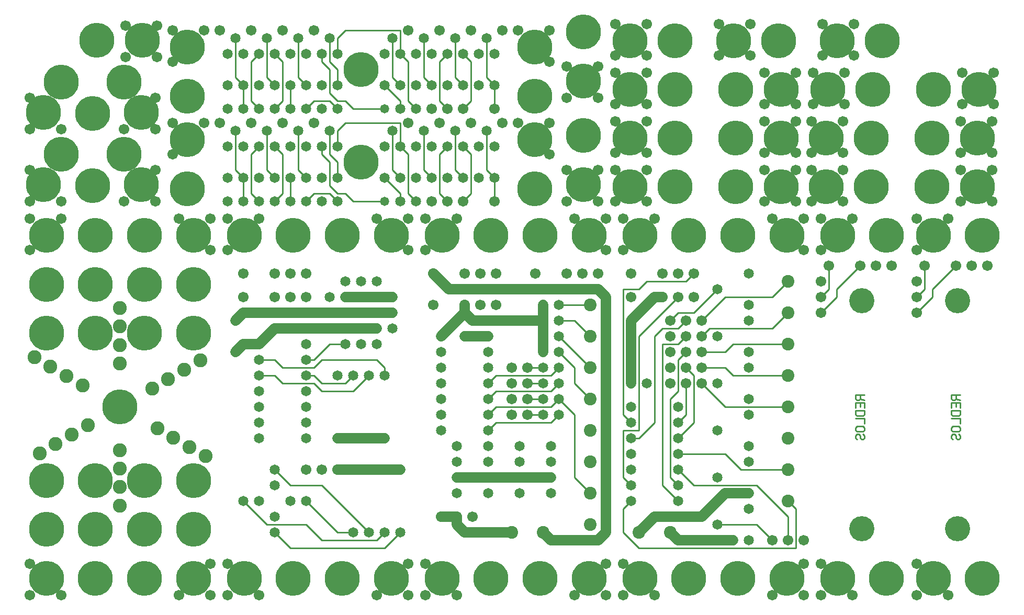
<source format=gbl>
%MOIN*%
%FSLAX25Y25*%
G04 D10 used for Character Trace; *
G04     Circle (OD=.01000) (No hole)*
G04 D11 used for Power Trace; *
G04     Circle (OD=.06700) (No hole)*
G04 D12 used for Signal Trace; *
G04     Circle (OD=.01100) (No hole)*
G04 D13 used for Via; *
G04     Circle (OD=.05800) (Round. Hole ID=.02800)*
G04 D14 used for Component hole; *
G04     Circle (OD=.06500) (Round. Hole ID=.03500)*
G04 D15 used for Component hole; *
G04     Circle (OD=.06700) (Round. Hole ID=.04300)*
G04 D16 used for Component hole; *
G04     Circle (OD=.08100) (Round. Hole ID=.05100)*
G04 D17 used for Component hole; *
G04     Circle (OD=.08900) (Round. Hole ID=.05900)*
G04 D18 used for Component hole; *
G04     Circle (OD=.11300) (Round. Hole ID=.08300)*
G04 D19 used for Component hole; *
G04     Circle (OD=.16000) (Round. Hole ID=.13000)*
G04 D20 used for Component hole; *
G04     Circle (OD=.18300) (Round. Hole ID=.15300)*
G04 D21 used for Component hole; *
G04     Circle (OD=.22291) (Round. Hole ID=.19291)*
%ADD10C,.01000*%
%ADD11C,.06700*%
%ADD12C,.01100*%
%ADD13C,.05800*%
%ADD14C,.06500*%
%ADD15C,.06700*%
%ADD16C,.08100*%
%ADD17C,.08900*%
%ADD18C,.11300*%
%ADD19C,.16000*%
%ADD20C,.18300*%
%ADD21C,.22291*%
%IPPOS*%
%LPD*%
G90*X0Y0D02*D15*X5000Y5000D03*D21*X15625Y15625D03*
D15*X5000Y25000D03*X25000Y5000D03*D21*            
X46875Y46875D03*X15625D03*X46875Y15625D03*D17*    
X62500Y62008D03*Y73819D03*D21*X78125Y78125D03*    
X46875D03*X15625D03*X78125Y15625D03*Y46875D03*D17*
X62500Y85630D03*Y97441D03*X11357Y95472D03*        
X21585Y101378D03*D15*X100000Y5000D03*D17*         
X96595Y105315D03*X31814Y107283D03*                
X106824Y99409D03*X86367Y111220D03*D21*            
X109375Y15625D03*Y46875D03*Y78125D03*D17*         
X42043Y113189D03*X117053Y93504D03*D15*            
X120000Y5000D03*Y25000D03*D21*X62500Y125000D03*   
D17*X82957Y136811D03*X38633Y138780D03*            
X93186Y142717D03*X28405Y144685D03*                
X103415Y148622D03*X18176Y150591D03*               
X113643Y154528D03*X62500Y152559D03*               
X7947Y156496D03*X62500Y164370D03*D21*             
X109375Y171875D03*X78125D03*X46875D03*X15625D03*  
D17*X62500Y176181D03*Y187992D03*D21*              
X109375Y203125D03*X78125D03*X46875D03*X15625D03*  
D15*X120000Y225000D03*X5000D03*D21*               
X109375Y234375D03*X78125D03*X46875D03*X15625D03*  
D15*X120000Y245000D03*X100000D03*X25000D03*       
X5000D03*G90*X1000Y0D02*X131000Y5000D03*Y25000D03*
D21*X141625Y15625D03*D14*X141000Y65000D03*D12*    
X156000Y50000D01*X181000D01*X191000Y40000D01*     
X226000D01*X231000Y45000D01*D14*D03*X241000D03*   
D12*X231000Y35000D01*X171000D01*X161000Y45000D01* 
D14*D03*Y55000D03*X181000Y65000D03*D12*           
X201000Y45000D01*X211000D01*D14*D03*X221000D03*   
D12*X191000Y75000D01*X171000D01*X161000Y85000D01* 
D14*D03*Y75000D03*X181000Y105000D03*              
X151000Y65000D03*D15*X181000Y85000D03*D14*        
X151000Y105000D03*X171000Y65000D03*               
X181000Y115000D03*D15*X191000Y85000D03*D14*       
X151000Y115000D03*X181000Y125000D03*D15*          
X201000Y85000D03*D11*X211000D01*D14*D03*D11*      
X221000D01*D14*D03*D11*X231000D01*D14*D03*D11*    
X241000D01*D14*D03*X221000Y105000D03*D11*         
X211000D01*D14*D03*D11*X201000D01*D14*D03*D11*    
X221000D02*X231000D01*D14*D03*D12*                
X191000Y135000D02*X211000D01*X191000D02*          
X186000Y140000D01*X166000D01*X161000Y145000D01*   
X151000D01*D14*D03*D12*X166000Y150000D02*         
X161000Y155000D01*X166000Y150000D02*X186000D01*   
X191000Y155000D01*X226000D01*X231000Y150000D01*   
Y145000D01*D14*D03*X221000D03*D12*                
X211000Y135000D01*X191000Y140000D02*X206000D01*   
X191000D02*X186000Y145000D01*X181000D01*D14*D03*  
D12*Y155000D02*X186000D01*D14*X181000D03*D12*     
X186000D02*X196000Y165000D01*X206000D01*D14*D03*  
X196000Y175000D03*D11*X161000D01*                 
X151000Y165000D01*D14*D03*D11*X141000D01*         
X136000Y160000D01*D14*D03*X151000Y155000D03*D12*  
X161000D01*D14*X181000Y135000D03*X151000D03*      
X181000Y165000D03*X136000Y180000D03*D11*          
X141000Y185000D01*X181000D01*D13*D03*D11*         
X196000D01*D14*D03*D11*X216000D01*D13*D03*D11*    
X236000D01*D14*D03*D13*X226000Y195000D03*D11*     
X206000D01*D13*D03*D14*X216000Y205000D03*         
X206000D03*X196000Y195000D03*D13*                 
X226000Y175000D03*D11*X206000D01*D13*D03*D11*     
X196000D01*D14*X216000Y165000D03*D15*             
X181000Y195000D03*X171000D03*D14*                 
X226000Y205000D03*Y165000D03*X201000Y145000D03*   
X211000D03*D12*X206000Y140000D01*D14*             
X236000Y175000D03*Y195000D03*D11*X226000D01*D15*  
X246000Y225000D03*D21*X235375Y234375D03*          
X204125D03*D15*X181000Y210000D03*                 
X246000Y245000D03*X226000D03*D21*                 
X172875Y234375D03*D15*X171000Y210000D03*          
X161000D03*Y195000D03*X151000Y245000D03*D14*      
Y125000D03*D21*X141625Y234375D03*D15*             
X141000Y210000D03*Y195000D03*X131000Y245000D03*   
Y225000D03*X246000Y25000D03*D21*X172875Y15625D03* 
X204125D03*X235375D03*D15*X151000Y5000D03*        
X226000D03*X246000D03*G90*X2000Y0D02*             
X257000Y5000D03*Y25000D03*Y225000D03*Y245000D03*  
X262000Y190000D03*Y210000D03*D11*                 
X272000Y200000D01*X317000D01*D14*D03*D11*         
X367000D01*X372000Y195000D01*Y45000D01*           
X367000Y40000D01*X337000D01*X332000Y45000D01*D16* 
D03*X312000D03*D11*X282000D01*X277000Y50000D01*   
Y55000D01*D15*D03*D11*X267000D01*D15*D03*D14*     
X277000Y70000D03*D15*X287000Y55000D03*D14*        
X277000Y80000D03*D11*X297000D01*D14*D03*D11*      
X317000D01*D14*D03*D11*X337000D01*D14*D03*        
Y90000D03*Y70000D03*D12*X362000D02*               
X352000Y80000D01*D16*X362000Y70000D03*D12*        
X352000Y80000D02*Y120000D01*X342000Y130000D01*D14*
D03*D12*X337000Y125000D01*X302000D01*             
X297000Y120000D01*D14*D03*D12*Y110000D02*         
X302000Y115000D01*D14*X297000Y110000D03*D12*      
X302000Y115000D02*X337000D01*X342000Y120000D01*   
D14*D03*X332000Y130000D03*D12*X322000D01*D15*D03* 
D14*X332000Y120000D03*D12*X322000D01*D15*D03*     
X312000Y130000D03*Y120000D03*D12*                 
X302000Y135000D02*X337000D01*X297000Y130000D02*   
X302000Y135000D01*D14*X297000Y130000D03*          
Y140000D03*D12*X302000Y145000D01*X337000D01*      
X342000Y150000D01*D14*D03*D12*X362000Y130000D02*  
X352000Y140000D01*D16*X362000Y130000D03*D12*      
X352000Y140000D02*Y150000D01*X342000Y160000D01*   
D14*D03*X332000Y170000D03*D11*Y160000D01*D14*D03* 
X342000Y170000D03*D12*X362000Y150000D01*D16*D03*  
Y170000D03*D12*X352000Y180000D01*X342000D01*D14*  
D03*X332000Y190000D03*D11*Y180000D01*D14*D03*D11* 
Y170000D01*X317000Y180000D02*X332000D01*D14*      
X317000D03*D11*X287000D01*X282000Y185000D01*      
X267000Y170000D01*D14*D03*Y160000D03*D11*         
X282000Y185000D02*Y190000D01*D15*D03*X292000D03*  
X302000Y210000D03*X292000D03*X302000Y190000D03*   
X282000Y210000D03*D13*Y170000D03*D11*X297000D01*  
D14*D03*Y160000D03*Y150000D03*D15*X312000D03*     
X322000D03*D12*X332000D01*D14*D03*                
X342000Y140000D03*D12*X337000Y135000D01*D14*      
X332000Y140000D03*D12*X322000D01*D15*D03*         
X312000D03*D16*X362000Y110000D03*D14*             
X297000Y100000D03*X317000D03*X337000D03*          
X277000D03*Y90000D03*D16*X362000Y190000D03*D12*   
X342000D01*D14*D03*D15*X357000Y210000D03*         
X347000D03*X327000D03*X367000D03*                 
X372000Y225000D03*D21*X298875Y234375D03*          
X361375D03*X330125D03*D15*X372000Y245000D03*      
X352000D03*X277000D03*D21*X267625Y234375D03*D14*  
X267000Y150000D03*Y140000D03*Y130000D03*          
Y120000D03*Y110000D03*X297000Y90000D03*X317000D03*
D16*X362000D03*D14*X297000Y70000D03*X317000D03*   
D16*X362000Y50000D03*D15*X372000Y25000D03*D21*    
X267625Y15625D03*X298875D03*X330125D03*X361375D03*
D15*X277000Y5000D03*X352000D03*X372000D03*G90*    
X3000Y0D02*X383000Y5000D03*Y25000D03*D12*         
X393000Y35000D02*X383000Y45000D01*                
X393000Y35000D02*X493000D01*Y60000D01*            
X488000Y65000D01*D16*D03*D12*Y40000D02*Y55000D01* 
D15*Y40000D03*X498000D03*X478000D03*D12*          
X468000Y50000D01*X443000D01*D14*D03*D13*          
X453000Y40000D03*D11*X418000D01*X413000Y45000D01* 
D16*D03*D11*X393000D02*X403000Y55000D01*D16*      
X393000Y45000D03*D11*X403000Y55000D02*X433000D01* 
X448000Y70000D01*X463000D01*D14*D03*D12*          
X488000Y55000D02*X468000Y75000D01*X428000D01*     
X418000Y85000D01*D14*D03*D12*Y75000D02*           
X413000Y80000D01*D14*X418000Y75000D03*D12*        
X413000Y80000D02*Y130000D01*X418000Y135000D01*    
Y155000D01*X423000Y160000D01*D15*D03*D12*         
X408000Y165000D02*X418000D01*X408000Y75000D02*    
Y165000D01*X418000Y65000D02*X408000Y75000D01*D14* 
X418000Y65000D03*X443000Y80000D03*D12*            
X458000Y85000D02*X448000Y95000D01*                
X458000Y85000D02*X488000D01*D16*D03*Y105000D03*   
D14*X463000Y60000D03*Y100000D03*Y90000D03*        
Y120000D03*D12*X448000Y125000D02*X488000D01*D16*  
D03*Y145000D03*D12*X453000D01*X448000Y150000D01*  
X433000D01*D15*D03*D12*X428000Y115000D02*         
Y145000D01*X418000Y105000D02*X428000Y115000D01*   
D14*X418000Y105000D03*Y115000D03*D12*             
X423000Y120000D01*Y140000D01*D15*D03*D12*         
X428000Y145000D02*X423000Y150000D01*D15*D03*      
X433000Y140000D03*D12*X448000Y125000D01*D14*      
X443000Y110000D03*X463000Y130000D03*              
X443000Y140000D03*X463000Y150000D03*              
X418000Y95000D03*D12*X448000D01*D14*              
X418000Y125000D03*D12*X393000Y105000D02*          
X403000Y115000D01*X388000Y105000D02*X393000D01*   
D14*X388000D03*D12*X383000Y110000D02*X393000D01*  
X383000Y80000D02*Y110000D01*X388000Y75000D02*     
X383000Y80000D01*D14*X388000Y75000D03*Y85000D03*  
Y65000D03*D12*X383000Y60000D01*Y45000D01*D21*     
X393625Y15625D03*X424875D03*D15*X403000Y5000D03*  
D14*X388000Y95000D03*D12*X393000Y110000D02*       
Y170000D01*X418000Y195000D01*D15*D03*D12*         
Y185000D02*X428000D01*X413000Y180000D02*          
X418000Y185000D01*D15*X413000Y180000D03*D12*      
X408000Y175000D02*X418000D01*X403000Y170000D02*   
X408000Y175000D01*X403000Y115000D02*Y170000D01*   
D14*X388000Y125000D03*Y115000D03*D12*             
X383000Y120000D01*Y200000D01*X393000D01*          
X398000Y205000D01*X423000D01*X428000Y210000D01*   
D15*D03*X418000D03*D14*X443000Y200000D03*D12*     
X428000Y185000D01*D15*X433000Y180000D03*D12*      
X448000Y195000D01*X478000D01*X488000Y205000D01*   
D16*D03*D15*X498000Y225000D03*D16*                
X488000Y185000D03*D12*X478000Y175000D01*          
X438000D01*X433000Y170000D01*D15*D03*             
X423000Y180000D03*D12*X418000Y175000D01*D15*      
X423000Y170000D03*D12*X418000Y165000D01*D15*      
X413000Y170000D03*Y160000D03*X433000D03*D12*      
X448000D01*X453000Y165000D01*X488000D01*D16*D03*  
D14*X463000Y190000D03*Y180000D03*Y160000D03*      
X443000Y170000D03*X463000Y210000D03*D15*          
X428000Y195000D03*D21*X487375Y234375D03*          
X456125D03*X424875D03*D15*X413000Y150000D03*      
Y140000D03*X408000Y210000D03*Y195000D03*D11*      
X403000D01*X388000Y180000D01*Y140000D01*D14*D03*  
X398000D03*D15*X388000Y195000D03*Y210000D03*      
X383000Y225000D03*D21*X393625Y234375D03*D14*      
X463000Y40000D03*D15*X478000Y245000D03*X403000D03*
X383000D03*X498000D03*Y25000D03*D21*              
X456125Y15625D03*X487375D03*D15*X478000Y5000D03*  
X498000D03*G90*X4000Y0D02*X509000Y5000D03*        
Y25000D03*Y185000D03*D12*X519000Y195000D01*       
Y200000D01*X534000Y215000D01*D15*D03*X544000D03*  
D21*X550875Y234375D03*D15*X554000Y215000D03*      
X514000D03*D12*Y200000D01*X509000Y195000D01*D15*  
D03*Y205000D03*D19*X535250Y192800D03*D15*         
X509000Y225000D03*D21*X519625Y234375D03*D15*      
X529000Y245000D03*X509000D03*D10*                 
X536871Y132511D02*X531129D01*Y130000D01*          
X532086Y129163D01*X533043D01*X534000Y130000D01*   
Y132511D01*Y130000D02*X536871Y129163D01*          
Y124163D02*Y127511D01*X531129D01*Y124163D01*      
X534000Y127511D02*Y125000D01*X536871Y122511D02*   
X531129D01*Y120000D01*X532086Y119163D01*          
X535914D01*X536871Y120000D01*Y122511D01*          
X531129Y117511D02*X536871D01*Y114163D01*          
X535914Y109163D02*X536871Y110000D01*Y111674D01*   
X535914Y112511D01*X532086D01*X531129Y111674D01*   
Y110000D01*X532086Y109163D01*X535914D01*          
X532086Y104163D02*X531129Y105000D01*Y106674D01*   
X532086Y107511D01*X533043D01*X534000Y106674D01*   
Y105000D01*X534957Y104163D01*X535914D01*          
X536871Y105000D01*Y106674D01*X535914Y107511D01*   
D19*X535250Y47200D03*D21*X519625Y15625D03*        
X550875D03*D15*X529000Y5000D03*G90*X0Y0D02*       
X570000Y5000D03*Y25000D03*Y185000D03*D12*         
X580000Y195000D01*Y200000D01*X595000Y215000D01*   
D15*D03*X605000D03*D21*X611875Y234375D03*D15*     
X615000Y215000D03*X575000D03*D12*Y200000D01*      
X570000Y195000D01*D15*D03*Y205000D03*D19*         
X596250Y192800D03*D15*X570000Y225000D03*D21*      
X580625Y234375D03*D15*X590000Y245000D03*          
X570000D03*D10*X597871Y132511D02*X592129D01*      
Y130000D01*X593086Y129163D01*X594043D01*          
X595000Y130000D01*Y132511D01*Y130000D02*          
X597871Y129163D01*Y124163D02*Y127511D01*          
X592129D01*Y124163D01*X595000Y127511D02*          
Y125000D01*X597871Y122511D02*X592129D01*          
Y120000D01*X593086Y119163D01*X596914D01*          
X597871Y120000D01*Y122511D01*X592129Y117511D02*   
X597871D01*Y114163D01*X596914Y109163D02*          
X597871Y110000D01*Y111674D01*X596914Y112511D01*   
X593086D01*X592129Y111674D01*Y110000D01*          
X593086Y109163D01*X596914D01*X593086Y104163D02*   
X592129Y105000D01*Y106674D01*X593086Y107511D01*   
X594043D01*X595000Y106674D01*Y105000D01*          
X595957Y104163D01*X596914D01*X597871Y105000D01*   
Y106674D01*X596914Y107511D01*D19*X596250Y47200D03*
D21*X580625Y15625D03*X611875D03*D15*              
X590000Y5000D03*G90*X0Y1000D02*X85000Y256000D03*  
X65000D03*X25000D03*X5000D03*D21*X76250Y266625D03*
X45000Y266000D03*X13750Y266625D03*D15*            
X85000Y276000D03*X5000D03*D21*X65000Y286000D03*   
X25000D03*G90*X0Y2000D02*D15*X85000Y302000D03*    
X65000D03*X25000D03*X5000D03*D21*X76250Y312625D03*
X45000Y312000D03*X13750Y312625D03*D15*            
X85000Y322000D03*X5000D03*D21*X65000Y332000D03*   
X25000D03*G90*X1000Y1000D02*D14*X251000Y256000D03*
D12*X246000Y261000D01*Y286000D01*                 
X241000Y291000D01*D14*D03*D12*Y306000D01*         
X206000D01*X201000Y301000D01*Y291000D01*D14*D03*  
D12*X196000Y301000D02*Y286000D01*D14*Y301000D03*  
D15*X186000Y306000D03*D14*X191000Y291000D03*D12*  
Y286000D01*X196000Y281000D01*Y266000D01*          
X201000Y261000D01*X206000D01*X211000Y256000D01*   
X231000D01*D13*D03*D14*X241000D03*D12*Y261000D01* 
X231000Y271000D01*D14*D03*D12*X236000Y301000D02*  
Y276000D01*D14*Y301000D03*X231000Y291000D03*D15*  
X246000Y306000D03*D14*X251000Y291000D03*D21*      
X216000Y281000D03*D14*X256000Y301000D03*D12*      
Y276000D01*X261000Y271000D01*D14*D03*X271000D03*  
X251000D03*D12*X266000Y286000D02*Y261000D01*      
Y286000D02*X271000Y291000D01*D14*D03*             
X276000Y301000D03*D12*Y276000D01*                 
X281000Y271000D01*D14*D03*X291000D03*D12*         
X281000Y256000D02*X286000Y261000D01*D15*          
X281000Y256000D03*D12*X286000Y286000D02*          
Y261000D01*X281000Y291000D02*X286000Y286000D01*   
D14*X281000Y291000D03*X291000D03*D12*             
X296000Y301000D02*Y276000D01*D14*Y301000D03*D15*  
X286000Y306000D03*X306000D03*D14*                 
X301000Y291000D03*D15*X316000Y306000D03*D12*      
X296000Y276000D02*X301000Y271000D01*D14*D03*D12*  
Y256000D01*D15*D03*D21*X326625Y264125D03*D15*     
X271000Y256000D03*D12*X266000Y261000D01*D15*      
X261000Y256000D03*D14*X241000Y271000D03*D12*      
X236000Y276000D01*D14*X261000Y291000D03*D15*      
X266000Y306000D03*D12*X196000Y286000D02*          
X201000Y281000D01*Y271000D01*D14*D03*D12*         
X186000Y261000D02*X196000D01*X181000Y256000D02*   
X186000Y261000D01*D14*X181000Y256000D03*          
X191000D03*X171000D03*D12*Y271000D01*D14*D03*D12* 
X176000Y301000D02*Y276000D01*D14*Y301000D03*D15*  
X166000Y306000D03*D14*X171000Y291000D03*          
X181000D03*D12*X161000D02*X166000Y286000D01*D14*  
X161000Y291000D03*D12*X166000Y286000D02*          
Y261000D01*X161000Y256000D01*D14*D03*X151000D03*  
D12*X146000Y261000D01*Y286000D01*                 
X151000Y291000D01*D14*D03*X156000Y301000D03*D12*  
Y276000D01*X161000Y271000D01*D14*D03*X151000D03*  
D12*X176000Y276000D02*X181000Y271000D01*D14*D03*  
X191000D03*D12*X196000Y261000D02*                 
X201000Y256000D01*D14*D03*D15*X146000Y306000D03*  
D14*X141000Y291000D03*Y271000D03*D12*             
X136000Y276000D01*Y301000D01*D14*D03*D15*         
X126000Y306000D03*D14*X131000Y291000D03*D15*      
X116000Y306000D03*D14*X131000Y271000D03*D21*      
X105375Y295375D03*D12*X141000Y271000D02*          
Y256000D01*D14*D03*X131000D03*D21*                
X105375Y264125D03*D15*X96000Y286000D03*Y306000D03*
D21*X326625Y295375D03*D15*X336000Y286000D03*      
Y306000D03*G90*X1000Y0D02*X301000Y315000D03*D12*  
Y330000D01*D14*D03*D12*X296000Y335000D01*         
Y360000D01*D14*D03*D15*X286000Y365000D03*D14*     
X291000Y350000D03*D15*X306000Y365000D03*D14*      
X301000Y350000D03*D12*X281000D02*                 
X286000Y345000D01*D14*X281000Y350000D03*D12*      
X286000Y345000D02*Y320000D01*X281000Y315000D01*   
D15*D03*X271000D03*D12*X266000Y320000D01*         
Y345000D01*X271000Y350000D01*D14*D03*             
X276000Y360000D03*D12*Y335000D01*                 
X281000Y330000D01*D14*D03*X291000D03*X271000D03*  
X261000Y350000D03*Y330000D03*D12*                 
X256000Y335000D01*Y360000D01*D14*D03*D15*         
X246000Y365000D03*D14*X251000Y350000D03*D15*      
X266000Y365000D03*D12*X241000Y350000D02*          
X246000Y345000D01*D14*X241000Y350000D03*D12*      
Y365000D01*X206000D01*X201000Y360000D01*          
Y350000D01*D14*D03*D12*X196000Y360000D02*         
Y345000D01*D14*Y360000D03*D15*X186000Y365000D03*  
D14*X191000Y350000D03*D12*Y345000D01*             
X196000Y340000D01*Y325000D01*X201000Y320000D01*   
X206000D01*X211000Y315000D01*X231000D01*D13*D03*  
D14*X241000D03*D12*Y320000D01*X231000Y330000D01*  
D14*D03*D12*X236000Y360000D02*Y335000D01*D14*     
Y360000D03*X231000Y350000D03*D12*                 
X246000Y345000D02*Y320000D01*X251000Y315000D01*   
D14*D03*D15*X261000D03*D14*X251000Y330000D03*     
X241000D03*D12*X236000Y335000D01*D21*             
X216000Y340000D03*D12*X196000Y345000D02*          
X201000Y340000D01*Y330000D01*D14*D03*D12*         
X186000Y320000D02*X196000D01*X181000Y315000D02*   
X186000Y320000D01*D14*X181000Y315000D03*          
X191000D03*X171000D03*D12*Y330000D01*D14*D03*D12* 
X176000Y360000D02*Y335000D01*D14*Y360000D03*D15*  
X166000Y365000D03*D14*X171000Y350000D03*          
X181000D03*D12*X161000D02*X166000Y345000D01*D14*  
X161000Y350000D03*D12*X166000Y345000D02*          
Y320000D01*X161000Y315000D01*D14*D03*X151000D03*  
D12*X146000Y320000D01*Y345000D01*                 
X151000Y350000D01*D14*D03*X156000Y360000D03*D12*  
Y335000D01*X161000Y330000D01*D14*D03*X151000D03*  
D12*X176000Y335000D02*X181000Y330000D01*D14*D03*  
X191000D03*D12*X196000Y320000D02*                 
X201000Y315000D01*D14*D03*D15*X146000Y365000D03*  
D14*X141000Y350000D03*Y330000D03*D12*             
X136000Y335000D01*Y360000D01*D14*D03*D15*         
X126000Y365000D03*D14*X131000Y350000D03*D15*      
X116000Y365000D03*D14*X131000Y330000D03*D21*      
X105375Y354375D03*D12*X141000Y330000D02*          
Y315000D01*D14*D03*X131000D03*D21*                
X105375Y323125D03*D15*X96000Y345000D03*Y365000D03*
X316000D03*D21*X326625Y323125D03*Y354375D03*D15*  
X336000Y345000D03*Y365000D03*G90*X2000Y1000D02*   
X347000Y256000D03*Y276000D03*D21*                 
X357625Y266625D03*Y297875D03*D15*                 
X367000Y256000D03*Y276000D03*G90*X2000Y2000D02*   
X347000Y322000D03*Y342000D03*D21*                 
X357625Y332625D03*Y363875D03*D15*                 
X367000Y322000D03*Y342000D03*G90*X3000Y1000D02*   
X378000Y256000D03*Y276000D03*D21*                 
X387375Y265375D03*D15*X398000Y256000D03*          
Y276000D03*D21*X416125Y265375D03*X454875D03*D15*  
X473000Y256000D03*Y276000D03*D21*                 
X483625Y265375D03*D15*X493000Y256000D03*          
Y276000D03*X503000Y256000D03*Y276000D03*D21*      
X512375Y265375D03*D15*X523000Y256000D03*          
Y276000D03*D21*X541125Y265375D03*X579875D03*D15*  
X598000Y256000D03*Y276000D03*D21*                 
X608625Y265375D03*D15*X618000Y256000D03*          
Y276000D03*G90*X3000Y2000D02*X378000Y287000D03*   
Y307000D03*D21*X387375Y296375D03*D15*             
X398000Y287000D03*Y307000D03*D21*                 
X416125Y296375D03*X454875D03*D15*                 
X473000Y287000D03*Y307000D03*D21*                 
X483625Y296375D03*D15*X493000Y287000D03*          
Y307000D03*X503000Y287000D03*Y307000D03*D21*      
X512375Y296375D03*D15*X523000Y287000D03*          
Y307000D03*D21*X541125Y296375D03*X579875D03*D15*  
X598000Y287000D03*Y307000D03*D21*                 
X608625Y296375D03*D15*X618000Y287000D03*          
Y307000D03*G90*X3000Y3000D02*X378000Y318000D03*   
Y338000D03*D21*X387375Y327375D03*D15*             
X398000Y318000D03*Y338000D03*D21*                 
X416125Y327375D03*X454875D03*D15*                 
X473000Y318000D03*Y338000D03*D21*                 
X483625Y327375D03*D15*X493000Y318000D03*          
Y338000D03*G90*X4000Y3000D02*X504000Y318000D03*   
Y338000D03*D21*X513375Y327375D03*D15*             
X524000Y318000D03*Y338000D03*D21*                 
X542125Y327375D03*X580875D03*D15*                 
X599000Y318000D03*Y338000D03*D21*                 
X609625Y327375D03*D15*X619000Y318000D03*          
Y338000D03*G90*X3000Y4000D02*X378000Y349000D03*   
Y369000D03*D21*X387375Y358375D03*D15*             
X398000Y349000D03*Y369000D03*D21*                 
X416125Y358375D03*G90*X4000Y4000D02*D15*          
X444000Y349000D03*Y369000D03*D21*                 
X453375Y358375D03*D15*X464000Y349000D03*          
Y369000D03*D21*X482125Y358375D03*G90*X0Y4000D02*  
D15*X510000Y349000D03*Y369000D03*D21*             
X519375Y358375D03*D15*X530000Y349000D03*          
Y369000D03*D21*X548125Y358375D03*G90*             
X1000Y3000D02*D15*X86000Y348000D03*X66000D03*D21* 
X76625Y358625D03*X47875D03*D15*X86000Y368000D03*  
X66000D03*M02*                                    

</source>
